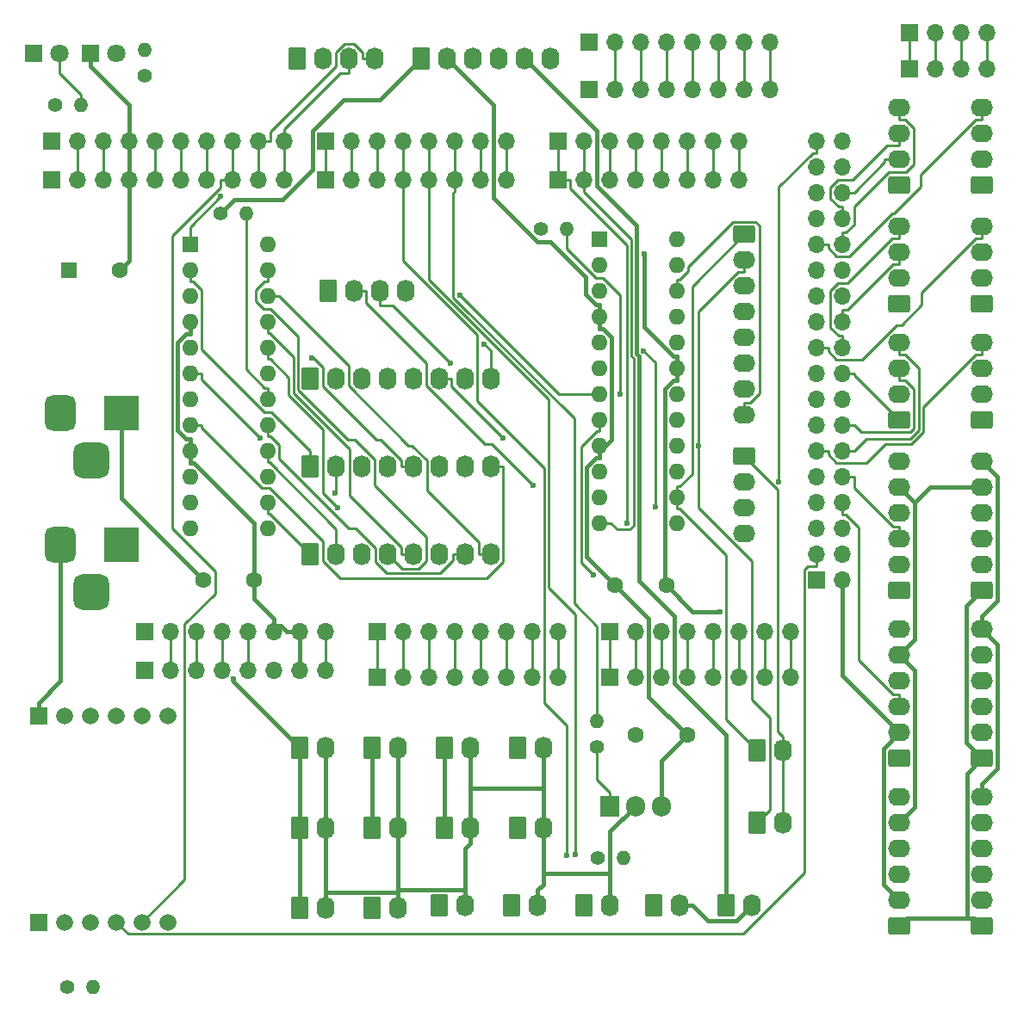
<source format=gbr>
%TF.GenerationSoftware,KiCad,Pcbnew,(6.0.7-1)-1*%
%TF.CreationDate,2023-10-29T12:02:15+10:00*%
%TF.ProjectId,Right Console Output,52696768-7420-4436-9f6e-736f6c65204f,rev?*%
%TF.SameCoordinates,Original*%
%TF.FileFunction,Copper,L2,Bot*%
%TF.FilePolarity,Positive*%
%FSLAX46Y46*%
G04 Gerber Fmt 4.6, Leading zero omitted, Abs format (unit mm)*
G04 Created by KiCad (PCBNEW (6.0.7-1)-1) date 2023-10-29 12:02:15*
%MOMM*%
%LPD*%
G01*
G04 APERTURE LIST*
G04 Aperture macros list*
%AMRoundRect*
0 Rectangle with rounded corners*
0 $1 Rounding radius*
0 $2 $3 $4 $5 $6 $7 $8 $9 X,Y pos of 4 corners*
0 Add a 4 corners polygon primitive as box body*
4,1,4,$2,$3,$4,$5,$6,$7,$8,$9,$2,$3,0*
0 Add four circle primitives for the rounded corners*
1,1,$1+$1,$2,$3*
1,1,$1+$1,$4,$5*
1,1,$1+$1,$6,$7*
1,1,$1+$1,$8,$9*
0 Add four rect primitives between the rounded corners*
20,1,$1+$1,$2,$3,$4,$5,0*
20,1,$1+$1,$4,$5,$6,$7,0*
20,1,$1+$1,$6,$7,$8,$9,0*
20,1,$1+$1,$8,$9,$2,$3,0*%
G04 Aperture macros list end*
%TA.AperFunction,ComponentPad*%
%ADD10R,1.700000X1.700000*%
%TD*%
%TA.AperFunction,ComponentPad*%
%ADD11O,1.700000X1.700000*%
%TD*%
%TA.AperFunction,ComponentPad*%
%ADD12C,1.600000*%
%TD*%
%TA.AperFunction,ComponentPad*%
%ADD13C,1.400000*%
%TD*%
%TA.AperFunction,ComponentPad*%
%ADD14O,1.400000X1.400000*%
%TD*%
%TA.AperFunction,ComponentPad*%
%ADD15RoundRect,0.250000X-0.845000X0.620000X-0.845000X-0.620000X0.845000X-0.620000X0.845000X0.620000X0*%
%TD*%
%TA.AperFunction,ComponentPad*%
%ADD16O,2.190000X1.740000*%
%TD*%
%TA.AperFunction,ComponentPad*%
%ADD17RoundRect,0.250000X0.845000X-0.620000X0.845000X0.620000X-0.845000X0.620000X-0.845000X-0.620000X0*%
%TD*%
%TA.AperFunction,ComponentPad*%
%ADD18RoundRect,0.250000X-0.620000X-0.845000X0.620000X-0.845000X0.620000X0.845000X-0.620000X0.845000X0*%
%TD*%
%TA.AperFunction,ComponentPad*%
%ADD19O,1.740000X2.190000*%
%TD*%
%TA.AperFunction,ComponentPad*%
%ADD20R,1.600000X1.600000*%
%TD*%
%TA.AperFunction,ComponentPad*%
%ADD21O,1.600000X1.600000*%
%TD*%
%TA.AperFunction,ComponentPad*%
%ADD22R,3.500000X3.500000*%
%TD*%
%TA.AperFunction,ComponentPad*%
%ADD23RoundRect,0.750000X-0.750000X-1.000000X0.750000X-1.000000X0.750000X1.000000X-0.750000X1.000000X0*%
%TD*%
%TA.AperFunction,ComponentPad*%
%ADD24RoundRect,0.875000X-0.875000X-0.875000X0.875000X-0.875000X0.875000X0.875000X-0.875000X0.875000X0*%
%TD*%
%TA.AperFunction,ComponentPad*%
%ADD25R,1.905000X2.000000*%
%TD*%
%TA.AperFunction,ComponentPad*%
%ADD26O,1.905000X2.000000*%
%TD*%
%TA.AperFunction,ComponentPad*%
%ADD27R,1.800000X1.800000*%
%TD*%
%TA.AperFunction,ComponentPad*%
%ADD28C,1.800000*%
%TD*%
%TA.AperFunction,ComponentPad*%
%ADD29R,1.665000X1.665000*%
%TD*%
%TA.AperFunction,ComponentPad*%
%ADD30C,1.665000*%
%TD*%
%TA.AperFunction,ViaPad*%
%ADD31C,0.600000*%
%TD*%
%TA.AperFunction,Conductor*%
%ADD32C,0.250000*%
%TD*%
%TA.AperFunction,Conductor*%
%ADD33C,0.400000*%
%TD*%
G04 APERTURE END LIST*
D10*
%TO.P,J45,1,Pin_1*%
%TO.N,GND*%
X193980000Y-92380000D03*
D11*
%TO.P,J45,2,Pin_2*%
X196520000Y-92380000D03*
%TO.P,J45,3,Pin_3*%
%TO.N,SCLK*%
X193980000Y-89840000D03*
%TO.P,J45,4,Pin_4*%
%TO.N,ES1_RST*%
X196520000Y-89840000D03*
%TO.P,J45,5,Pin_5*%
%TO.N,MISO*%
X193980000Y-87300000D03*
%TO.P,J45,6,Pin_6*%
%TO.N,MOSI*%
X196520000Y-87300000D03*
%TO.P,J45,7,Pin_7*%
%TO.N,/48*%
X193980000Y-84760000D03*
%TO.P,J45,8,Pin_8*%
%TO.N,/49*%
X196520000Y-84760000D03*
%TO.P,J45,9,Pin_9*%
%TO.N,/\u002A46*%
X193980000Y-82220000D03*
%TO.P,J45,10,Pin_10*%
%TO.N,/47*%
X196520000Y-82220000D03*
%TO.P,J45,11,Pin_11*%
%TO.N,/\u002A44*%
X193980000Y-79680000D03*
%TO.P,J45,12,Pin_12*%
%TO.N,/\u002A45*%
X196520000Y-79680000D03*
%TO.P,J45,13,Pin_13*%
%TO.N,/42*%
X193980000Y-77140000D03*
%TO.P,J45,14,Pin_14*%
%TO.N,/43*%
X196520000Y-77140000D03*
%TO.P,J45,15,Pin_15*%
%TO.N,/40*%
X193980000Y-74600000D03*
%TO.P,J45,16,Pin_16*%
%TO.N,/41*%
X196520000Y-74600000D03*
%TO.P,J45,17,Pin_17*%
%TO.N,/38*%
X193980000Y-72060000D03*
%TO.P,J45,18,Pin_18*%
%TO.N,/39*%
X196520000Y-72060000D03*
%TO.P,J45,19,Pin_19*%
%TO.N,/36*%
X193980000Y-69520000D03*
%TO.P,J45,20,Pin_20*%
%TO.N,/37*%
X196520000Y-69520000D03*
%TO.P,J45,21,Pin_21*%
%TO.N,/34*%
X193980000Y-66980000D03*
%TO.P,J45,22,Pin_22*%
%TO.N,/35*%
X196520000Y-66980000D03*
%TO.P,J45,23,Pin_23*%
%TO.N,/32*%
X193980000Y-64440000D03*
%TO.P,J45,24,Pin_24*%
%TO.N,/33*%
X196520000Y-64440000D03*
%TO.P,J45,25,Pin_25*%
%TO.N,/30*%
X193980000Y-61900000D03*
%TO.P,J45,26,Pin_26*%
%TO.N,/31*%
X196520000Y-61900000D03*
%TO.P,J45,27,Pin_27*%
%TO.N,/28*%
X193980000Y-59360000D03*
%TO.P,J45,28,Pin_28*%
%TO.N,/29*%
X196520000Y-59360000D03*
%TO.P,J45,29,Pin_29*%
%TO.N,/26*%
X193980000Y-56820000D03*
%TO.P,J45,30,Pin_30*%
%TO.N,/27*%
X196520000Y-56820000D03*
%TO.P,J45,31,Pin_31*%
%TO.N,/24*%
X193980000Y-54280000D03*
%TO.P,J45,32,Pin_32*%
%TO.N,/25*%
X196520000Y-54280000D03*
%TO.P,J45,33,Pin_33*%
%TO.N,/22*%
X193980000Y-51740000D03*
%TO.P,J45,34,Pin_34*%
%TO.N,/23*%
X196520000Y-51740000D03*
%TO.P,J45,35,Pin_35*%
%TO.N,+5V*%
X193980000Y-49200000D03*
%TO.P,J45,36,Pin_36*%
X196520000Y-49200000D03*
%TD*%
D10*
%TO.P,J42,1,Pin_1*%
%TO.N,unconnected-(J42-Pad1)*%
X127940000Y-97460000D03*
D11*
%TO.P,J42,2,Pin_2*%
%TO.N,/IOREF*%
X130480000Y-97460000D03*
%TO.P,J42,3,Pin_3*%
%TO.N,/~{RESET}*%
X133020000Y-97460000D03*
%TO.P,J42,4,Pin_4*%
%TO.N,+3V3*%
X135560000Y-97460000D03*
%TO.P,J42,5,Pin_5*%
%TO.N,+5V*%
X138100000Y-97460000D03*
%TO.P,J42,6,Pin_6*%
%TO.N,GND*%
X140640000Y-97460000D03*
%TO.P,J42,7,Pin_7*%
X143180000Y-97460000D03*
%TO.P,J42,8,Pin_8*%
%TO.N,VCC*%
X145720000Y-97460000D03*
%TD*%
D10*
%TO.P,J43,1,Pin_1*%
%TO.N,/A0*%
X150800000Y-97460000D03*
D11*
%TO.P,J43,2,Pin_2*%
%TO.N,/A1*%
X153340000Y-97460000D03*
%TO.P,J43,3,Pin_3*%
%TO.N,/A2*%
X155880000Y-97460000D03*
%TO.P,J43,4,Pin_4*%
%TO.N,/A3*%
X158420000Y-97460000D03*
%TO.P,J43,5,Pin_5*%
%TO.N,/A4*%
X160960000Y-97460000D03*
%TO.P,J43,6,Pin_6*%
%TO.N,/A5*%
X163500000Y-97460000D03*
%TO.P,J43,7,Pin_7*%
%TO.N,/A6*%
X166040000Y-97460000D03*
%TO.P,J43,8,Pin_8*%
%TO.N,/A7*%
X168580000Y-97460000D03*
%TD*%
D10*
%TO.P,J44,1,Pin_1*%
%TO.N,/A8*%
X173660000Y-97460000D03*
D11*
%TO.P,J44,2,Pin_2*%
%TO.N,/A9*%
X176200000Y-97460000D03*
%TO.P,J44,3,Pin_3*%
%TO.N,/A10*%
X178740000Y-97460000D03*
%TO.P,J44,4,Pin_4*%
%TO.N,/A11*%
X181280000Y-97460000D03*
%TO.P,J44,5,Pin_5*%
%TO.N,/A12*%
X183820000Y-97460000D03*
%TO.P,J44,6,Pin_6*%
%TO.N,/A13*%
X186360000Y-97460000D03*
%TO.P,J44,7,Pin_7*%
%TO.N,/A14*%
X188900000Y-97460000D03*
%TO.P,J44,8,Pin_8*%
%TO.N,/A15*%
X191440000Y-97460000D03*
%TD*%
D10*
%TO.P,J46,1,Pin_1*%
%TO.N,/SCL{slash}21*%
X118796000Y-49200000D03*
D11*
%TO.P,J46,2,Pin_2*%
%TO.N,/SDA{slash}20*%
X121336000Y-49200000D03*
%TO.P,J46,3,Pin_3*%
%TO.N,/AREF*%
X123876000Y-49200000D03*
%TO.P,J46,4,Pin_4*%
%TO.N,GND*%
X126416000Y-49200000D03*
%TO.P,J46,5,Pin_5*%
%TO.N,/\u002A13*%
X128956000Y-49200000D03*
%TO.P,J46,6,Pin_6*%
%TO.N,/\u002A12*%
X131496000Y-49200000D03*
%TO.P,J46,7,Pin_7*%
%TO.N,/\u002A11*%
X134036000Y-49200000D03*
%TO.P,J46,8,Pin_8*%
%TO.N,SS*%
X136576000Y-49200000D03*
%TO.P,J46,9,Pin_9*%
%TO.N,/\u002A9*%
X139116000Y-49200000D03*
%TO.P,J46,10,Pin_10*%
%TO.N,/\u002A8*%
X141656000Y-49200000D03*
%TD*%
D10*
%TO.P,J47,1,Pin_1*%
%TO.N,/\u002A7*%
X145720000Y-49200000D03*
D11*
%TO.P,J47,2,Pin_2*%
%TO.N,/\u002A6*%
X148260000Y-49200000D03*
%TO.P,J47,3,Pin_3*%
%TO.N,/\u002A5*%
X150800000Y-49200000D03*
%TO.P,J47,4,Pin_4*%
%TO.N,/\u002A4*%
X153340000Y-49200000D03*
%TO.P,J47,5,Pin_5*%
%TO.N,/\u002A3*%
X155880000Y-49200000D03*
%TO.P,J47,6,Pin_6*%
%TO.N,/\u002A2*%
X158420000Y-49200000D03*
%TO.P,J47,7,Pin_7*%
%TO.N,/TX0{slash}1*%
X160960000Y-49200000D03*
%TO.P,J47,8,Pin_8*%
%TO.N,/RX0{slash}0*%
X163500000Y-49200000D03*
%TD*%
D10*
%TO.P,J48,1,Pin_1*%
%TO.N,CLK*%
X168580000Y-49200000D03*
D11*
%TO.P,J48,2,Pin_2*%
%TO.N,LOAD*%
X171120000Y-49200000D03*
%TO.P,J48,3,Pin_3*%
%TO.N,DIN*%
X173660000Y-49200000D03*
%TO.P,J48,4,Pin_4*%
%TO.N,/RX2{slash}17*%
X176200000Y-49200000D03*
%TO.P,J48,5,Pin_5*%
%TO.N,/TX1{slash}18*%
X178740000Y-49200000D03*
%TO.P,J48,6,Pin_6*%
%TO.N,/RX1{slash}19*%
X181280000Y-49200000D03*
%TO.P,J48,7,Pin_7*%
%TO.N,/SDA{slash}20*%
X183820000Y-49200000D03*
%TO.P,J48,8,Pin_8*%
%TO.N,/SCL{slash}21*%
X186360000Y-49200000D03*
%TD*%
D12*
%TO.P,C3,1*%
%TO.N,+5VD*%
X179208000Y-92888000D03*
%TO.P,C3,2*%
%TO.N,GND*%
X174208000Y-92888000D03*
%TD*%
D13*
%TO.P,R4,1*%
%TO.N,/\u002A6*%
X119100000Y-45644000D03*
D14*
%TO.P,R4,2*%
%TO.N,Net-(D2-Pad2)*%
X121640000Y-45644000D03*
%TD*%
D10*
%TO.P,J15,1,Pin_1*%
%TO.N,Net-(J10-Pad1)*%
X203124000Y-38532000D03*
D11*
%TO.P,J15,2,Pin_2*%
%TO.N,Net-(J10-Pad2)*%
X205664000Y-38532000D03*
%TO.P,J15,3,Pin_3*%
%TO.N,Net-(J10-Pad3)*%
X208204000Y-38532000D03*
%TO.P,J15,4,Pin_4*%
%TO.N,Net-(J10-Pad4)*%
X210744000Y-38532000D03*
%TD*%
D15*
%TO.P,J55,1,Pin_1*%
%TO.N,/MAX7219A/SEG_A1*%
X186868000Y-58344000D03*
D16*
%TO.P,J55,2,Pin_2*%
%TO.N,/MAX7219A/SEG_B1*%
X186868000Y-60884000D03*
%TO.P,J55,3,Pin_3*%
%TO.N,/MAX7219A/SEG_C1*%
X186868000Y-63424000D03*
%TO.P,J55,4,Pin_4*%
%TO.N,/MAX7219A/SEG_D1*%
X186868000Y-65964000D03*
%TO.P,J55,5,Pin_5*%
%TO.N,/MAX7219A/SEG_E1*%
X186868000Y-68504000D03*
%TO.P,J55,6,Pin_6*%
%TO.N,/MAX7219A/SEG_F1*%
X186868000Y-71044000D03*
%TO.P,J55,7,Pin_7*%
%TO.N,/MAX7219A/SEG_G1*%
X186868000Y-73584000D03*
%TO.P,J55,8,Pin_8*%
%TO.N,/MAX7219A/SEG_DP1*%
X186868000Y-76124000D03*
%TD*%
D17*
%TO.P,J35,1,Pin_1*%
%TO.N,/38*%
X210236000Y-76632000D03*
D16*
%TO.P,J35,2,Pin_2*%
%TO.N,/40*%
X210236000Y-74092000D03*
%TO.P,J35,3,Pin_3*%
%TO.N,/42*%
X210236000Y-71552000D03*
%TO.P,J35,4,Pin_4*%
%TO.N,/\u002A44*%
X210236000Y-69012000D03*
%TD*%
D10*
%TO.P,J11,1,Pin_1*%
%TO.N,Net-(J11-Pad1)*%
X171628000Y-39470000D03*
D11*
%TO.P,J11,2,Pin_2*%
%TO.N,Net-(J11-Pad2)*%
X174168000Y-39470000D03*
%TO.P,J11,3,Pin_3*%
%TO.N,Net-(J11-Pad3)*%
X176708000Y-39470000D03*
%TO.P,J11,4,Pin_4*%
%TO.N,Net-(J11-Pad4)*%
X179248000Y-39470000D03*
%TO.P,J11,5,Pin_5*%
%TO.N,Net-(J11-Pad5)*%
X181788000Y-39470000D03*
%TO.P,J11,6,Pin_6*%
%TO.N,Net-(J11-Pad6)*%
X184328000Y-39470000D03*
%TO.P,J11,7,Pin_7*%
%TO.N,Net-(J11-Pad7)*%
X186868000Y-39470000D03*
%TO.P,J11,8,Pin_8*%
%TO.N,Net-(J11-Pad8)*%
X189408000Y-39470000D03*
%TD*%
D13*
%TO.P,R5,1*%
%TO.N,+3V3*%
X120325000Y-132385000D03*
D14*
%TO.P,R5,2*%
%TO.N,Net-(R5-Pad2)*%
X122865000Y-132385000D03*
%TD*%
D18*
%TO.P,J12,1,Pin_1*%
%TO.N,+12V*%
X157440000Y-116760000D03*
D19*
%TO.P,J12,2,Pin_2*%
%TO.N,/BACKLIGHT_-V*%
X159980000Y-116760000D03*
%TD*%
D17*
%TO.P,J39,1,Pin_1*%
%TO.N,/31*%
X202128000Y-65175000D03*
D16*
%TO.P,J39,2,Pin_2*%
%TO.N,/33*%
X202128000Y-62635000D03*
%TO.P,J39,3,Pin_3*%
%TO.N,/35*%
X202128000Y-60095000D03*
%TO.P,J39,4,Pin_4*%
%TO.N,/37*%
X202128000Y-57555000D03*
%TD*%
D10*
%TO.P,J33,1,Pin_1*%
%TO.N,/A8*%
X173660000Y-101905000D03*
D11*
%TO.P,J33,2,Pin_2*%
%TO.N,/A9*%
X176200000Y-101905000D03*
%TO.P,J33,3,Pin_3*%
%TO.N,/A10*%
X178740000Y-101905000D03*
%TO.P,J33,4,Pin_4*%
%TO.N,/A11*%
X181280000Y-101905000D03*
%TO.P,J33,5,Pin_5*%
%TO.N,/A12*%
X183820000Y-101905000D03*
%TO.P,J33,6,Pin_6*%
%TO.N,/A13*%
X186360000Y-101905000D03*
%TO.P,J33,7,Pin_7*%
%TO.N,/A14*%
X188900000Y-101905000D03*
%TO.P,J33,8,Pin_8*%
%TO.N,/A15*%
X191440000Y-101905000D03*
%TD*%
D18*
%TO.P,J53,1,Pin_1*%
%TO.N,/MAX7219A/SEG_A1*%
X188138000Y-109164000D03*
D19*
%TO.P,J53,2,Pin_2*%
%TO.N,/MAX7219A/DIG_B4*%
X190678000Y-109164000D03*
%TD*%
D18*
%TO.P,J51,1,Pin_1*%
%TO.N,/MAX7219A/DIG_B0*%
X145974000Y-63952000D03*
D19*
%TO.P,J51,2,Pin_2*%
%TO.N,/MAX7219A/DIG_B1*%
X148514000Y-63952000D03*
%TO.P,J51,3,Pin_3*%
%TO.N,/MAX7219A/DIG_B2*%
X151054000Y-63952000D03*
%TO.P,J51,4,Pin_4*%
%TO.N,/MAX7219A/DIG_B3*%
X153594000Y-63952000D03*
%TD*%
D18*
%TO.P,J18,1,Pin_1*%
%TO.N,+12V*%
X143180000Y-124610000D03*
D19*
%TO.P,J18,2,Pin_2*%
%TO.N,/BACKLIGHT_-V*%
X145720000Y-124610000D03*
%TD*%
D17*
%TO.P,J28,1,Pin_1*%
%TO.N,+5VD*%
X202128000Y-109906000D03*
D16*
%TO.P,J28,2,Pin_2*%
%TO.N,GND*%
X202128000Y-107366000D03*
%TO.P,J28,3,Pin_3*%
%TO.N,/49*%
X202128000Y-104826000D03*
%TO.P,J28,4,Pin_4*%
%TO.N,unconnected-(J28-Pad4)*%
X202128000Y-102286000D03*
%TO.P,J28,5,Pin_5*%
%TO.N,+12V*%
X202128000Y-99746000D03*
%TO.P,J28,6,Pin_6*%
%TO.N,/BACKLIGHT_-V*%
X202128000Y-97206000D03*
%TD*%
D10*
%TO.P,J41,1,Pin_1*%
%TO.N,unconnected-(J41-Pad1)*%
X127940000Y-101270000D03*
D11*
%TO.P,J41,2,Pin_2*%
%TO.N,/IOREF*%
X130480000Y-101270000D03*
%TO.P,J41,3,Pin_3*%
%TO.N,/~{RESET}*%
X133020000Y-101270000D03*
%TO.P,J41,4,Pin_4*%
%TO.N,+3V3*%
X135560000Y-101270000D03*
%TO.P,J41,5,Pin_5*%
%TO.N,+5V*%
X138100000Y-101270000D03*
%TO.P,J41,6,Pin_6*%
%TO.N,GND*%
X140640000Y-101270000D03*
%TO.P,J41,7,Pin_7*%
X143180000Y-101270000D03*
%TO.P,J41,8,Pin_8*%
%TO.N,VCC*%
X145720000Y-101270000D03*
%TD*%
D18*
%TO.P,J49,1,Pin_1*%
%TO.N,/MAX7219A/DIG_A0*%
X144196000Y-81204000D03*
D19*
%TO.P,J49,2,Pin_2*%
%TO.N,/MAX7219A/DIG_A1*%
X146736000Y-81204000D03*
%TO.P,J49,3,Pin_3*%
%TO.N,/MAX7219A/DIG_A2*%
X149276000Y-81204000D03*
%TO.P,J49,4,Pin_4*%
%TO.N,/MAX7219A/DIG_A3*%
X151816000Y-81204000D03*
%TO.P,J49,5,Pin_5*%
%TO.N,/MAX7219A/DIG_A4*%
X154356000Y-81204000D03*
%TO.P,J49,6,Pin_6*%
%TO.N,/MAX7219A/DIG_A5*%
X156896000Y-81204000D03*
%TO.P,J49,7,Pin_7*%
%TO.N,/MAX7219A/DIG_A6*%
X159436000Y-81204000D03*
%TO.P,J49,8,Pin_8*%
%TO.N,/MAX7219A/DIG_A7*%
X161976000Y-81204000D03*
%TD*%
D18*
%TO.P,J14,1,Pin_1*%
%TO.N,+12V*%
X177978000Y-124404000D03*
D19*
%TO.P,J14,2,Pin_2*%
%TO.N,/BACKLIGHT_-V*%
X180518000Y-124404000D03*
%TD*%
D13*
%TO.P,R6,1*%
%TO.N,+5VD*%
X135356000Y-56312000D03*
D14*
%TO.P,R6,2*%
%TO.N,Net-(R6-Pad2)*%
X137896000Y-56312000D03*
%TD*%
D12*
%TO.P,C1,1*%
%TO.N,+5VD*%
X133695000Y-92380000D03*
%TO.P,C1,2*%
%TO.N,GND*%
X138695000Y-92380000D03*
%TD*%
D18*
%TO.P,J9,1,Pin_1*%
%TO.N,+12V*%
X185108000Y-124404000D03*
D19*
%TO.P,J9,2,Pin_2*%
%TO.N,/BACKLIGHT_-V*%
X187648000Y-124404000D03*
%TD*%
D17*
%TO.P,J40,1,Pin_1*%
%TO.N,/22*%
X210236000Y-53518000D03*
D16*
%TO.P,J40,2,Pin_2*%
%TO.N,/24*%
X210236000Y-50978000D03*
%TO.P,J40,3,Pin_3*%
%TO.N,/26*%
X210236000Y-48438000D03*
%TO.P,J40,4,Pin_4*%
%TO.N,/28*%
X210236000Y-45898000D03*
%TD*%
D20*
%TO.P,U2,1,DIN*%
%TO.N,DIN*%
X132385000Y-59360000D03*
D21*
%TO.P,U2,2,DIG_0*%
%TO.N,/MAX7219A/DIG_A0*%
X132385000Y-61900000D03*
%TO.P,U2,3,DIG_4*%
%TO.N,/MAX7219A/DIG_A4*%
X132385000Y-64440000D03*
%TO.P,U2,4,GND*%
%TO.N,GND*%
X132385000Y-66980000D03*
%TO.P,U2,5,DIG_6*%
%TO.N,/MAX7219A/DIG_A6*%
X132385000Y-69520000D03*
%TO.P,U2,6,DIG_2*%
%TO.N,/MAX7219A/DIG_A2*%
X132385000Y-72060000D03*
%TO.P,U2,7,DIG_3*%
%TO.N,/MAX7219A/DIG_A3*%
X132385000Y-74600000D03*
%TO.P,U2,8,DIG_7*%
%TO.N,/MAX7219A/DIG_A7*%
X132385000Y-77140000D03*
%TO.P,U2,9,GND*%
%TO.N,GND*%
X132385000Y-79680000D03*
%TO.P,U2,10,DIG_5*%
%TO.N,/MAX7219A/DIG_A5*%
X132385000Y-82220000D03*
%TO.P,U2,11,DIG_1*%
%TO.N,/MAX7219A/DIG_A1*%
X132385000Y-84760000D03*
%TO.P,U2,12,LOAD*%
%TO.N,LOAD*%
X132385000Y-87300000D03*
%TO.P,U2,13,CLK*%
%TO.N,CLK*%
X140005000Y-87300000D03*
%TO.P,U2,14,SEG_A*%
%TO.N,/MAX7219A/SEG_A0*%
X140005000Y-84760000D03*
%TO.P,U2,15,SEG_F*%
%TO.N,/MAX7219A/SEG_F0*%
X140005000Y-82220000D03*
%TO.P,U2,16,SEG_B*%
%TO.N,/MAX7219A/SEG_B0*%
X140005000Y-79680000D03*
%TO.P,U2,17,SEG_G*%
%TO.N,/MAX7219A/SEG_G0*%
X140005000Y-77140000D03*
%TO.P,U2,18,ISET*%
%TO.N,Net-(R6-Pad2)*%
X140005000Y-74600000D03*
%TO.P,U2,19,V+*%
%TO.N,+5VD*%
X140005000Y-72060000D03*
%TO.P,U2,20,SEG_C*%
%TO.N,/MAX7219A/SEG_C0*%
X140005000Y-69520000D03*
%TO.P,U2,21,SEG_E*%
%TO.N,/MAX7219A/SEG_E0*%
X140005000Y-66980000D03*
%TO.P,U2,22,SEG_DP*%
%TO.N,/MAX7219A/SEG_DP0*%
X140005000Y-64440000D03*
%TO.P,U2,23,SEG_D*%
%TO.N,/MAX7219A/SEG_D0*%
X140005000Y-61900000D03*
%TO.P,U2,24,DOUT*%
%TO.N,/MAX7219A/A-DOUT-B-DIN*%
X140005000Y-59360000D03*
%TD*%
D17*
%TO.P,J27,1,Pin_1*%
%TO.N,+5VD*%
X210256000Y-126407000D03*
D16*
%TO.P,J27,2,Pin_2*%
%TO.N,GND*%
X210256000Y-123867000D03*
%TO.P,J27,3,Pin_3*%
%TO.N,/\u002A3*%
X210256000Y-121327000D03*
%TO.P,J27,4,Pin_4*%
%TO.N,unconnected-(J27-Pad4)*%
X210256000Y-118787000D03*
%TO.P,J27,5,Pin_5*%
%TO.N,+12V*%
X210256000Y-116247000D03*
%TO.P,J27,6,Pin_6*%
%TO.N,/BACKLIGHT_-V*%
X210256000Y-113707000D03*
%TD*%
D18*
%TO.P,J52,1,Pin_1*%
%TO.N,/MAX7219A/SEG_A1*%
X144196000Y-72568000D03*
D19*
%TO.P,J52,2,Pin_2*%
%TO.N,/MAX7219A/SEG_B1*%
X146736000Y-72568000D03*
%TO.P,J52,3,Pin_3*%
%TO.N,/MAX7219A/SEG_C1*%
X149276000Y-72568000D03*
%TO.P,J52,4,Pin_4*%
%TO.N,/MAX7219A/SEG_D1*%
X151816000Y-72568000D03*
%TO.P,J52,5,Pin_5*%
%TO.N,/MAX7219A/SEG_E1*%
X154356000Y-72568000D03*
%TO.P,J52,6,Pin_6*%
%TO.N,/MAX7219A/SEG_F1*%
X156896000Y-72568000D03*
%TO.P,J52,7,Pin_7*%
%TO.N,/MAX7219A/SEG_G1*%
X159436000Y-72568000D03*
%TO.P,J52,8,Pin_8*%
%TO.N,/MAX7219A/SEG_DP1*%
X161976000Y-72568000D03*
%TD*%
D18*
%TO.P,J19,1,Pin_1*%
%TO.N,+12V*%
X171138000Y-124384000D03*
D19*
%TO.P,J19,2,Pin_2*%
%TO.N,/BACKLIGHT_-V*%
X173678000Y-124384000D03*
%TD*%
D13*
%TO.P,R1,1*%
%TO.N,Net-(Q1-Pad1)*%
X172430000Y-108840000D03*
D14*
%TO.P,R1,2*%
%TO.N,/\u002A2*%
X172430000Y-106300000D03*
%TD*%
D18*
%TO.P,J34,1,Pin_1*%
%TO.N,/\u002A6*%
X142926000Y-41092000D03*
D19*
%TO.P,J34,2,Pin_2*%
%TO.N,/\u002A7*%
X145466000Y-41092000D03*
%TO.P,J34,3,Pin_3*%
%TO.N,/\u002A8*%
X148006000Y-41092000D03*
%TO.P,J34,4,Pin_4*%
%TO.N,/\u002A9*%
X150546000Y-41092000D03*
%TD*%
D18*
%TO.P,J17,1,Pin_1*%
%TO.N,+12V*%
X150310000Y-116760000D03*
D19*
%TO.P,J17,2,Pin_2*%
%TO.N,/BACKLIGHT_-V*%
X152850000Y-116760000D03*
%TD*%
D18*
%TO.P,J8,1,Pin_1*%
%TO.N,+12V*%
X150310000Y-108910000D03*
D19*
%TO.P,J8,2,Pin_2*%
%TO.N,/BACKLIGHT_-V*%
X152850000Y-108910000D03*
%TD*%
D18*
%TO.P,J5,1,Pin_1*%
%TO.N,+12V*%
X143180000Y-116760000D03*
D19*
%TO.P,J5,2,Pin_2*%
%TO.N,/BACKLIGHT_-V*%
X145720000Y-116760000D03*
%TD*%
D18*
%TO.P,J6,1,Pin_1*%
%TO.N,+12V*%
X156878000Y-124384000D03*
D19*
%TO.P,J6,2,Pin_2*%
%TO.N,/BACKLIGHT_-V*%
X159418000Y-124384000D03*
%TD*%
D18*
%TO.P,J3,1,Pin_1*%
%TO.N,+12V*%
X164008000Y-124384000D03*
D19*
%TO.P,J3,2,Pin_2*%
%TO.N,/BACKLIGHT_-V*%
X166548000Y-124384000D03*
%TD*%
D10*
%TO.P,J26,1,Pin_1*%
%TO.N,CLK*%
X168580000Y-53010000D03*
D11*
%TO.P,J26,2,Pin_2*%
%TO.N,LOAD*%
X171120000Y-53010000D03*
%TO.P,J26,3,Pin_3*%
%TO.N,DIN*%
X173660000Y-53010000D03*
%TO.P,J26,4,Pin_4*%
%TO.N,/RX2{slash}17*%
X176200000Y-53010000D03*
%TO.P,J26,5,Pin_5*%
%TO.N,/TX1{slash}18*%
X178740000Y-53010000D03*
%TO.P,J26,6,Pin_6*%
%TO.N,/RX1{slash}19*%
X181280000Y-53010000D03*
%TO.P,J26,7,Pin_7*%
%TO.N,/SDA{slash}20*%
X183820000Y-53010000D03*
%TO.P,J26,8,Pin_8*%
%TO.N,/SCL{slash}21*%
X186360000Y-53010000D03*
%TD*%
D18*
%TO.P,J2,1,Pin_1*%
%TO.N,+12V*%
X150310000Y-124610000D03*
D19*
%TO.P,J2,2,Pin_2*%
%TO.N,/BACKLIGHT_-V*%
X152850000Y-124610000D03*
%TD*%
D17*
%TO.P,J29,1,Pin_1*%
%TO.N,+5VD*%
X210256000Y-109906000D03*
D16*
%TO.P,J29,2,Pin_2*%
%TO.N,GND*%
X210256000Y-107366000D03*
%TO.P,J29,3,Pin_3*%
%TO.N,/48*%
X210256000Y-104826000D03*
%TO.P,J29,4,Pin_4*%
%TO.N,unconnected-(J29-Pad4)*%
X210256000Y-102286000D03*
%TO.P,J29,5,Pin_5*%
%TO.N,+12V*%
X210256000Y-99746000D03*
%TO.P,J29,6,Pin_6*%
%TO.N,/BACKLIGHT_-V*%
X210256000Y-97206000D03*
%TD*%
D15*
%TO.P,J56,1,Pin_1*%
%TO.N,/MAX7219A/DIG_B4*%
X186868000Y-80188000D03*
D16*
%TO.P,J56,2,Pin_2*%
%TO.N,/MAX7219A/DIG_B5*%
X186868000Y-82728000D03*
%TO.P,J56,3,Pin_3*%
%TO.N,/MAX7219A/DIG_B6*%
X186868000Y-85268000D03*
%TO.P,J56,4,Pin_4*%
%TO.N,/MAX7219A/DIG_B7*%
X186868000Y-87808000D03*
%TD*%
D17*
%TO.P,J37,1,Pin_1*%
%TO.N,/23*%
X202128000Y-53518000D03*
D16*
%TO.P,J37,2,Pin_2*%
%TO.N,/25*%
X202128000Y-50978000D03*
%TO.P,J37,3,Pin_3*%
%TO.N,/27*%
X202128000Y-48438000D03*
%TO.P,J37,4,Pin_4*%
%TO.N,/29*%
X202128000Y-45898000D03*
%TD*%
D18*
%TO.P,J7,1,Pin_1*%
%TO.N,+12V*%
X164570000Y-116760000D03*
D19*
%TO.P,J7,2,Pin_2*%
%TO.N,/BACKLIGHT_-V*%
X167110000Y-116760000D03*
%TD*%
D13*
%TO.P,R7,1*%
%TO.N,+5VD*%
X166852000Y-57836000D03*
D14*
%TO.P,R7,2*%
%TO.N,Net-(R7-Pad2)*%
X169392000Y-57836000D03*
%TD*%
D17*
%TO.P,J21,1,Pin_1*%
%TO.N,+5VD*%
X202108000Y-126416000D03*
D16*
%TO.P,J21,2,Pin_2*%
%TO.N,GND*%
X202108000Y-123876000D03*
%TO.P,J21,3,Pin_3*%
%TO.N,/\u002A4*%
X202108000Y-121336000D03*
%TO.P,J21,4,Pin_4*%
%TO.N,unconnected-(J21-Pad4)*%
X202108000Y-118796000D03*
%TO.P,J21,5,Pin_5*%
%TO.N,+12V*%
X202108000Y-116256000D03*
%TO.P,J21,6,Pin_6*%
%TO.N,/BACKLIGHT_-V*%
X202108000Y-113716000D03*
%TD*%
D22*
%TO.P,J22,1,Pin_1*%
%TO.N,+12V*%
X125660000Y-88882500D03*
D23*
%TO.P,J22,2,Pin_2*%
%TO.N,GND*%
X119660000Y-88882500D03*
D24*
%TO.P,J22,3*%
%TO.N,N/C*%
X122660000Y-93582500D03*
%TD*%
D17*
%TO.P,J31,1,Pin_1*%
%TO.N,+5VD*%
X210236000Y-93396000D03*
D16*
%TO.P,J31,2,Pin_2*%
%TO.N,GND*%
X210236000Y-90856000D03*
%TO.P,J31,3,Pin_3*%
%TO.N,/\u002A46*%
X210236000Y-88316000D03*
%TO.P,J31,4,Pin_4*%
%TO.N,unconnected-(J31-Pad4)*%
X210236000Y-85776000D03*
%TO.P,J31,5,Pin_5*%
%TO.N,+12V*%
X210236000Y-83236000D03*
%TO.P,J31,6,Pin_6*%
%TO.N,/BACKLIGHT_-V*%
X210236000Y-80696000D03*
%TD*%
D10*
%TO.P,J25,1,Pin_1*%
%TO.N,/\u002A7*%
X145720000Y-53010000D03*
D11*
%TO.P,J25,2,Pin_2*%
%TO.N,/\u002A6*%
X148260000Y-53010000D03*
%TO.P,J25,3,Pin_3*%
%TO.N,/\u002A5*%
X150800000Y-53010000D03*
%TO.P,J25,4,Pin_4*%
%TO.N,/\u002A4*%
X153340000Y-53010000D03*
%TO.P,J25,5,Pin_5*%
%TO.N,/\u002A3*%
X155880000Y-53010000D03*
%TO.P,J25,6,Pin_6*%
%TO.N,/\u002A2*%
X158420000Y-53010000D03*
%TO.P,J25,7,Pin_7*%
%TO.N,/TX0{slash}1*%
X160960000Y-53010000D03*
%TO.P,J25,8,Pin_8*%
%TO.N,/RX0{slash}0*%
X163500000Y-53010000D03*
%TD*%
D10*
%TO.P,J32,1,Pin_1*%
%TO.N,/A0*%
X150800000Y-101905000D03*
D11*
%TO.P,J32,2,Pin_2*%
%TO.N,/A1*%
X153340000Y-101905000D03*
%TO.P,J32,3,Pin_3*%
%TO.N,/A2*%
X155880000Y-101905000D03*
%TO.P,J32,4,Pin_4*%
%TO.N,/A3*%
X158420000Y-101905000D03*
%TO.P,J32,5,Pin_5*%
%TO.N,/A4*%
X160960000Y-101905000D03*
%TO.P,J32,6,Pin_6*%
%TO.N,/A5*%
X163500000Y-101905000D03*
%TO.P,J32,7,Pin_7*%
%TO.N,/A6*%
X166040000Y-101905000D03*
%TO.P,J32,8,Pin_8*%
%TO.N,/A7*%
X168580000Y-101905000D03*
%TD*%
D10*
%TO.P,J16,1,Pin_1*%
%TO.N,Net-(J11-Pad1)*%
X171628000Y-44120000D03*
D11*
%TO.P,J16,2,Pin_2*%
%TO.N,Net-(J11-Pad2)*%
X174168000Y-44120000D03*
%TO.P,J16,3,Pin_3*%
%TO.N,Net-(J11-Pad3)*%
X176708000Y-44120000D03*
%TO.P,J16,4,Pin_4*%
%TO.N,Net-(J11-Pad4)*%
X179248000Y-44120000D03*
%TO.P,J16,5,Pin_5*%
%TO.N,Net-(J11-Pad5)*%
X181788000Y-44120000D03*
%TO.P,J16,6,Pin_6*%
%TO.N,Net-(J11-Pad6)*%
X184328000Y-44120000D03*
%TO.P,J16,7,Pin_7*%
%TO.N,Net-(J11-Pad7)*%
X186868000Y-44120000D03*
%TO.P,J16,8,Pin_8*%
%TO.N,Net-(J11-Pad8)*%
X189408000Y-44120000D03*
%TD*%
D10*
%TO.P,J10,1,Pin_1*%
%TO.N,Net-(J10-Pad1)*%
X203124000Y-42088000D03*
D11*
%TO.P,J10,2,Pin_2*%
%TO.N,Net-(J10-Pad2)*%
X205664000Y-42088000D03*
%TO.P,J10,3,Pin_3*%
%TO.N,Net-(J10-Pad3)*%
X208204000Y-42088000D03*
%TO.P,J10,4,Pin_4*%
%TO.N,Net-(J10-Pad4)*%
X210744000Y-42088000D03*
%TD*%
D20*
%TO.P,C4,1*%
%TO.N,+5VD*%
X120457300Y-61900000D03*
D12*
%TO.P,C4,2*%
%TO.N,GND*%
X125457300Y-61900000D03*
%TD*%
D18*
%TO.P,J54,1,Pin_1*%
%TO.N,/MAX7219A/SEG_B1*%
X188138000Y-116276000D03*
D19*
%TO.P,J54,2,Pin_2*%
%TO.N,/MAX7219A/DIG_B4*%
X190678000Y-116276000D03*
%TD*%
D18*
%TO.P,J13,1,Pin_1*%
%TO.N,+12V*%
X157440000Y-108910000D03*
D19*
%TO.P,J13,2,Pin_2*%
%TO.N,/BACKLIGHT_-V*%
X159980000Y-108910000D03*
%TD*%
D17*
%TO.P,J36,1,Pin_1*%
%TO.N,/39*%
X202128000Y-76632000D03*
D16*
%TO.P,J36,2,Pin_2*%
%TO.N,/41*%
X202128000Y-74092000D03*
%TO.P,J36,3,Pin_3*%
%TO.N,/43*%
X202128000Y-71552000D03*
%TO.P,J36,4,Pin_4*%
%TO.N,/\u002A45*%
X202128000Y-69012000D03*
%TD*%
D18*
%TO.P,J4,1,Pin_1*%
%TO.N,+12V*%
X164570000Y-108910000D03*
D19*
%TO.P,J4,2,Pin_2*%
%TO.N,/BACKLIGHT_-V*%
X167110000Y-108910000D03*
%TD*%
D25*
%TO.P,Q1,1,G*%
%TO.N,Net-(Q1-Pad1)*%
X173660000Y-114605000D03*
D26*
%TO.P,Q1,2,D*%
%TO.N,/BACKLIGHT_-V*%
X176200000Y-114605000D03*
%TO.P,Q1,3,S*%
%TO.N,GND*%
X178740000Y-114605000D03*
%TD*%
D27*
%TO.P,D1,1,K*%
%TO.N,GND*%
X122601000Y-40564000D03*
D28*
%TO.P,D1,2,A*%
%TO.N,Net-(D1-Pad2)*%
X125141000Y-40564000D03*
%TD*%
D22*
%TO.P,J20,1,Pin_1*%
%TO.N,+5VD*%
X125660000Y-75945000D03*
D23*
%TO.P,J20,2,Pin_2*%
%TO.N,GND*%
X119660000Y-75945000D03*
D24*
%TO.P,J20,3*%
%TO.N,N/C*%
X122660000Y-80645000D03*
%TD*%
D20*
%TO.P,U3,1,DIN*%
%TO.N,/MAX7219A/A-DOUT-B-DIN*%
X172644000Y-58852000D03*
D21*
%TO.P,U3,2,DIG_0*%
%TO.N,/MAX7219A/DIG_B0*%
X172644000Y-61392000D03*
%TO.P,U3,3,DIG_4*%
%TO.N,/MAX7219A/DIG_B4*%
X172644000Y-63932000D03*
%TO.P,U3,4,GND*%
%TO.N,GND*%
X172644000Y-66472000D03*
%TO.P,U3,5,DIG_6*%
%TO.N,/MAX7219A/DIG_B6*%
X172644000Y-69012000D03*
%TO.P,U3,6,DIG_2*%
%TO.N,/MAX7219A/DIG_B2*%
X172644000Y-71552000D03*
%TO.P,U3,7,DIG_3*%
%TO.N,/MAX7219A/DIG_B3*%
X172644000Y-74092000D03*
%TO.P,U3,8,DIG_7*%
%TO.N,/MAX7219A/DIG_B7*%
X172644000Y-76632000D03*
%TO.P,U3,9,GND*%
%TO.N,GND*%
X172644000Y-79172000D03*
%TO.P,U3,10,DIG_5*%
%TO.N,/MAX7219A/DIG_B5*%
X172644000Y-81712000D03*
%TO.P,U3,11,DIG_1*%
%TO.N,/MAX7219A/DIG_B1*%
X172644000Y-84252000D03*
%TO.P,U3,12,LOAD*%
%TO.N,LOAD*%
X172644000Y-86792000D03*
%TO.P,U3,13,CLK*%
%TO.N,CLK*%
X180264000Y-86792000D03*
%TO.P,U3,14,SEG_A*%
%TO.N,/MAX7219A/SEG_A1*%
X180264000Y-84252000D03*
%TO.P,U3,15,SEG_F*%
%TO.N,/MAX7219A/SEG_F1*%
X180264000Y-81712000D03*
%TO.P,U3,16,SEG_B*%
%TO.N,/MAX7219A/SEG_B1*%
X180264000Y-79172000D03*
%TO.P,U3,17,SEG_G*%
%TO.N,/MAX7219A/SEG_G1*%
X180264000Y-76632000D03*
%TO.P,U3,18,ISET*%
%TO.N,Net-(R7-Pad2)*%
X180264000Y-74092000D03*
%TO.P,U3,19,V+*%
%TO.N,+5VD*%
X180264000Y-71552000D03*
%TO.P,U3,20,SEG_C*%
%TO.N,/MAX7219A/SEG_C1*%
X180264000Y-69012000D03*
%TO.P,U3,21,SEG_E*%
%TO.N,/MAX7219A/SEG_E1*%
X180264000Y-66472000D03*
%TO.P,U3,22,SEG_DP*%
%TO.N,/MAX7219A/SEG_DP1*%
X180264000Y-63932000D03*
%TO.P,U3,23,SEG_D*%
%TO.N,/MAX7219A/SEG_D1*%
X180264000Y-61392000D03*
%TO.P,U3,24,DOUT*%
%TO.N,/MAX7219A/B-DOUT-C-DIN*%
X180264000Y-58852000D03*
%TD*%
D13*
%TO.P,R3,1*%
%TO.N,/\u002A5*%
X127940000Y-42800000D03*
D14*
%TO.P,R3,2*%
%TO.N,Net-(D1-Pad2)*%
X127940000Y-40260000D03*
%TD*%
D17*
%TO.P,J38,1,Pin_1*%
%TO.N,/30*%
X210236000Y-65175000D03*
D16*
%TO.P,J38,2,Pin_2*%
%TO.N,/32*%
X210236000Y-62635000D03*
%TO.P,J38,3,Pin_3*%
%TO.N,/34*%
X210236000Y-60095000D03*
%TO.P,J38,4,Pin_4*%
%TO.N,/36*%
X210236000Y-57555000D03*
%TD*%
D29*
%TO.P,U1,A1,GND_1*%
%TO.N,GND*%
X117495000Y-126035000D03*
D30*
%TO.P,U1,A2,GND_2*%
X120035000Y-126035000D03*
%TO.P,U1,A3,MOSI*%
%TO.N,MOSI*%
X122575000Y-126035000D03*
%TO.P,U1,A4,SCLK*%
%TO.N,SCLK*%
X125115000Y-126035000D03*
%TO.P,U1,A5,CS*%
%TO.N,SS*%
X127655000Y-126035000D03*
%TO.P,U1,A6,INT*%
%TO.N,Net-(R5-Pad2)*%
X130195000Y-126035000D03*
D29*
%TO.P,U1,B1,GND_3*%
%TO.N,GND*%
X117495000Y-105715000D03*
D30*
%TO.P,U1,B2,3V3_1*%
%TO.N,+3V3*%
X120035000Y-105715000D03*
%TO.P,U1,B3,3V3_2*%
X122575000Y-105715000D03*
%TO.P,U1,B4,NC*%
%TO.N,unconnected-(U1-PadB4)*%
X125115000Y-105715000D03*
%TO.P,U1,B5,RST*%
%TO.N,ES1_RST*%
X127655000Y-105715000D03*
%TO.P,U1,B6,MISO*%
%TO.N,MISO*%
X130195000Y-105715000D03*
%TD*%
D18*
%TO.P,J23,1,Pin_1*%
%TO.N,+5VD*%
X155118000Y-41092000D03*
D19*
%TO.P,J23,2,Pin_2*%
%TO.N,GND*%
X157658000Y-41092000D03*
%TO.P,J23,3,Pin_3*%
%TO.N,/\u002A5*%
X160198000Y-41092000D03*
%TO.P,J23,4,Pin_4*%
%TO.N,unconnected-(J23-Pad4)*%
X162738000Y-41092000D03*
%TO.P,J23,5,Pin_5*%
%TO.N,+12V*%
X165278000Y-41092000D03*
%TO.P,J23,6,Pin_6*%
%TO.N,/BACKLIGHT_-V*%
X167818000Y-41092000D03*
%TD*%
D10*
%TO.P,J24,1,Pin_1*%
%TO.N,/SCL{slash}21*%
X118796000Y-52985000D03*
D11*
%TO.P,J24,2,Pin_2*%
%TO.N,/SDA{slash}20*%
X121336000Y-52985000D03*
%TO.P,J24,3,Pin_3*%
%TO.N,/AREF*%
X123876000Y-52985000D03*
%TO.P,J24,4,Pin_4*%
%TO.N,GND*%
X126416000Y-52985000D03*
%TO.P,J24,5,Pin_5*%
%TO.N,/\u002A13*%
X128956000Y-52985000D03*
%TO.P,J24,6,Pin_6*%
%TO.N,/\u002A12*%
X131496000Y-52985000D03*
%TO.P,J24,7,Pin_7*%
%TO.N,/\u002A11*%
X134036000Y-52985000D03*
%TO.P,J24,8,Pin_8*%
%TO.N,SS*%
X136576000Y-52985000D03*
%TO.P,J24,9,Pin_9*%
%TO.N,/\u002A9*%
X139116000Y-52985000D03*
%TO.P,J24,10,Pin_10*%
%TO.N,/\u002A8*%
X141656000Y-52985000D03*
%TD*%
D13*
%TO.P,R2,1*%
%TO.N,GND*%
X172440000Y-119685000D03*
D14*
%TO.P,R2,2*%
%TO.N,Net-(Q1-Pad1)*%
X174980000Y-119685000D03*
%TD*%
D17*
%TO.P,J30,1,Pin_1*%
%TO.N,+5VD*%
X202128000Y-93396000D03*
D16*
%TO.P,J30,2,Pin_2*%
%TO.N,GND*%
X202128000Y-90856000D03*
%TO.P,J30,3,Pin_3*%
%TO.N,/47*%
X202128000Y-88316000D03*
%TO.P,J30,4,Pin_4*%
%TO.N,unconnected-(J30-Pad4)*%
X202128000Y-85776000D03*
%TO.P,J30,5,Pin_5*%
%TO.N,+12V*%
X202128000Y-83236000D03*
%TO.P,J30,6,Pin_6*%
%TO.N,/BACKLIGHT_-V*%
X202128000Y-80696000D03*
%TD*%
D27*
%TO.P,D2,1,K*%
%TO.N,GND*%
X117013000Y-40564000D03*
D28*
%TO.P,D2,2,A*%
%TO.N,Net-(D2-Pad2)*%
X119553000Y-40564000D03*
%TD*%
D18*
%TO.P,J1,1,Pin_1*%
%TO.N,+12V*%
X143180000Y-108910000D03*
D19*
%TO.P,J1,2,Pin_2*%
%TO.N,/BACKLIGHT_-V*%
X145720000Y-108910000D03*
%TD*%
D12*
%TO.P,C2,1*%
%TO.N,+12V*%
X176240000Y-107620000D03*
%TO.P,C2,2*%
%TO.N,GND*%
X181240000Y-107620000D03*
%TD*%
D18*
%TO.P,J50,1,Pin_1*%
%TO.N,/MAX7219A/SEG_A0*%
X144196000Y-89840000D03*
D19*
%TO.P,J50,2,Pin_2*%
%TO.N,/MAX7219A/SEG_B0*%
X146736000Y-89840000D03*
%TO.P,J50,3,Pin_3*%
%TO.N,/MAX7219A/SEG_C0*%
X149276000Y-89840000D03*
%TO.P,J50,4,Pin_4*%
%TO.N,/MAX7219A/SEG_D0*%
X151816000Y-89840000D03*
%TO.P,J50,5,Pin_5*%
%TO.N,/MAX7219A/SEG_E0*%
X154356000Y-89840000D03*
%TO.P,J50,6,Pin_6*%
%TO.N,/MAX7219A/SEG_F0*%
X156896000Y-89840000D03*
%TO.P,J50,7,Pin_7*%
%TO.N,/MAX7219A/SEG_G0*%
X159436000Y-89840000D03*
%TO.P,J50,8,Pin_8*%
%TO.N,/MAX7219A/SEG_DP0*%
X161976000Y-89840000D03*
%TD*%
D31*
%TO.N,Net-(R7-Pad2)*%
X174645300Y-74092000D03*
%TO.N,/MAX7219A/DIG_B7*%
X172061600Y-91899200D03*
%TO.N,/MAX7219A/DIG_B6*%
X176999000Y-69823800D03*
X178154500Y-85183500D03*
%TO.N,/MAX7219A/SEG_DP1*%
X161320100Y-69138800D03*
%TO.N,/MAX7219A/SEG_F1*%
X163194400Y-78412300D03*
%TO.N,/MAX7219A/SEG_B1*%
X182375000Y-79172000D03*
%TO.N,/MAX7219A/DIG_B3*%
X158914100Y-64326100D03*
%TO.N,/MAX7219A/DIG_B2*%
X157983000Y-71067700D03*
%TO.N,/MAX7219A/DIG_B1*%
X166136400Y-83039700D03*
%TO.N,/MAX7219A/SEG_C0*%
X146882600Y-85236600D03*
%TO.N,/MAX7219A/DIG_A4*%
X144384400Y-70531300D03*
%TO.N,/MAX7219A/DIG_A2*%
X139262400Y-78385100D03*
%TO.N,/MAX7219A/DIG_A1*%
X146620900Y-83809500D03*
%TO.N,DIN*%
X135432400Y-54652200D03*
%TO.N,CLK*%
X175371100Y-86792000D03*
%TO.N,+12V*%
X136643400Y-102106400D03*
%TO.N,+5VD*%
X177052400Y-60320600D03*
X184455300Y-95506500D03*
%TO.N,/\u002A3*%
X170292100Y-119395300D03*
%TO.N,/\u002A4*%
X169451500Y-119461400D03*
%TO.N,+5V*%
X190275900Y-82708000D03*
%TD*%
D32*
%TO.N,Net-(J11-Pad8)*%
X189408000Y-44120000D02*
X189408000Y-39470000D01*
%TO.N,Net-(J11-Pad7)*%
X186868000Y-44120000D02*
X186868000Y-39470000D01*
%TO.N,Net-(J11-Pad6)*%
X184328000Y-44120000D02*
X184328000Y-39470000D01*
%TO.N,Net-(J11-Pad5)*%
X181788000Y-44120000D02*
X181788000Y-39470000D01*
%TO.N,Net-(J11-Pad4)*%
X179248000Y-44120000D02*
X179248000Y-39470000D01*
%TO.N,Net-(J11-Pad3)*%
X176708000Y-44120000D02*
X176708000Y-39470000D01*
%TO.N,Net-(J11-Pad2)*%
X174168000Y-44120000D02*
X174168000Y-39470000D01*
%TO.N,Net-(J10-Pad4)*%
X210744000Y-42088000D02*
X210744000Y-38532000D01*
%TO.N,Net-(J10-Pad3)*%
X208204000Y-42088000D02*
X208204000Y-38532000D01*
%TO.N,Net-(J10-Pad2)*%
X205664000Y-42088000D02*
X205664000Y-38532000D01*
%TO.N,Net-(J10-Pad1)*%
X203124000Y-42088000D02*
X203124000Y-38532000D01*
%TO.N,/47*%
X197695300Y-83306900D02*
X197695300Y-82220000D01*
X201509100Y-87120700D02*
X197695300Y-83306900D01*
X202128000Y-87120700D02*
X201509100Y-87120700D01*
X202128000Y-88316000D02*
X202128000Y-87120700D01*
X196520000Y-82220000D02*
X197695300Y-82220000D01*
%TO.N,/49*%
X202128000Y-104826000D02*
X202128000Y-103630700D01*
X196520000Y-84760000D02*
X196520000Y-85935300D01*
X196887400Y-85935300D02*
X196520000Y-85935300D01*
X198145600Y-87193500D02*
X196887400Y-85935300D01*
X198145600Y-100245900D02*
X198145600Y-87193500D01*
X201530400Y-103630700D02*
X198145600Y-100245900D01*
X202128000Y-103630700D02*
X201530400Y-103630700D01*
D33*
%TO.N,/BACKLIGHT_-V*%
X145720000Y-108910000D02*
X145720000Y-116760000D01*
X159980000Y-116760000D02*
X159980000Y-118255300D01*
X211756600Y-82216600D02*
X210236000Y-80696000D01*
X211756600Y-94435100D02*
X211756600Y-82216600D01*
X210256000Y-95935700D02*
X211756600Y-94435100D01*
X210256000Y-97206000D02*
X210256000Y-95935700D01*
X145720000Y-116760000D02*
X145720000Y-123089500D01*
X145720000Y-123089500D02*
X145720000Y-124610000D01*
X145720000Y-123089500D02*
X152850000Y-123089500D01*
X152850000Y-124610000D02*
X152850000Y-123089500D01*
X152850000Y-116760000D02*
X152850000Y-108910000D01*
X152850000Y-123089500D02*
X152850000Y-122867000D01*
X152850000Y-122867000D02*
X152850000Y-116760000D01*
X152850000Y-122867000D02*
X159418000Y-122867000D01*
X159418000Y-124384000D02*
X159418000Y-122867000D01*
X159418000Y-118817300D02*
X159980000Y-118255300D01*
X159418000Y-122867000D02*
X159418000Y-118817300D01*
X167110000Y-108910000D02*
X167110000Y-112834900D01*
X159980000Y-112834900D02*
X167110000Y-112834900D01*
X159980000Y-108910000D02*
X159980000Y-112834900D01*
X159980000Y-112834900D02*
X159980000Y-116760000D01*
X183298300Y-125914000D02*
X181788300Y-124404000D01*
X186138000Y-125914000D02*
X183298300Y-125914000D01*
X187648000Y-124404000D02*
X186138000Y-125914000D01*
X180518000Y-124404000D02*
X181788300Y-124404000D01*
X211774700Y-98724700D02*
X210256000Y-97206000D01*
X211774700Y-110918000D02*
X211774700Y-98724700D01*
X210256000Y-112436700D02*
X211774700Y-110918000D01*
X210256000Y-113707000D02*
X210256000Y-112436700D01*
X167110000Y-112834900D02*
X167110000Y-116760000D01*
X166548000Y-124384000D02*
X166548000Y-122888700D01*
X167110000Y-116760000D02*
X167110000Y-121280200D01*
X167110000Y-122326700D02*
X166548000Y-122888700D01*
X167110000Y-121280200D02*
X167110000Y-122326700D01*
X173678000Y-121280200D02*
X167110000Y-121280200D01*
X173678000Y-117127000D02*
X173678000Y-121280200D01*
X176200000Y-114605000D02*
X173678000Y-117127000D01*
X173678000Y-121280200D02*
X173678000Y-124384000D01*
D32*
%TO.N,Net-(R7-Pad2)*%
X174645300Y-64319900D02*
X174645300Y-74092000D01*
X172987400Y-62662000D02*
X174645300Y-64319900D01*
X172276800Y-62662000D02*
X172987400Y-62662000D01*
X169392000Y-59777200D02*
X172276800Y-62662000D01*
X169392000Y-57836000D02*
X169392000Y-59777200D01*
%TO.N,Net-(R6-Pad2)*%
X137896000Y-71647000D02*
X137896000Y-56312000D01*
X139723700Y-73474700D02*
X137896000Y-71647000D01*
X140005000Y-73474700D02*
X139723700Y-73474700D01*
X140005000Y-74600000D02*
X140005000Y-73474700D01*
%TO.N,Net-(Q1-Pad1)*%
X172430000Y-112049700D02*
X172430000Y-108840000D01*
X173660000Y-113279700D02*
X172430000Y-112049700D01*
X173660000Y-114605000D02*
X173660000Y-113279700D01*
%TO.N,/MAX7219A/DIG_B7*%
X170864500Y-90702100D02*
X172061600Y-91899200D01*
X170864500Y-79255500D02*
X170864500Y-90702100D01*
X172362700Y-77757300D02*
X170864500Y-79255500D01*
X172644000Y-77757300D02*
X172362700Y-77757300D01*
X172644000Y-76632000D02*
X172644000Y-77757300D01*
%TO.N,/MAX7219A/DIG_B6*%
X178154500Y-70979300D02*
X178154500Y-85183500D01*
X176999000Y-69823800D02*
X178154500Y-70979300D01*
%TO.N,/MAX7219A/DIG_B4*%
X190678000Y-109164000D02*
X190678000Y-116276000D01*
X190182600Y-107248300D02*
X190678000Y-107743700D01*
X190182600Y-83502600D02*
X190182600Y-107248300D01*
X186868000Y-80188000D02*
X190182600Y-83502600D01*
X190678000Y-109164000D02*
X190678000Y-107743700D01*
%TO.N,/MAX7219A/SEG_DP1*%
X187465600Y-74928700D02*
X186868000Y-74928700D01*
X188352700Y-74041600D02*
X187465600Y-74928700D01*
X188352700Y-57525000D02*
X188352700Y-74041600D01*
X187971100Y-57143400D02*
X188352700Y-57525000D01*
X185767300Y-57143400D02*
X187971100Y-57143400D01*
X181389300Y-61521400D02*
X185767300Y-57143400D01*
X181389300Y-61962800D02*
X181389300Y-61521400D01*
X180545400Y-62806700D02*
X181389300Y-61962800D01*
X180264000Y-62806700D02*
X180545400Y-62806700D01*
X180264000Y-63932000D02*
X180264000Y-62806700D01*
X186868000Y-76124000D02*
X186868000Y-74928700D01*
X161976000Y-69794700D02*
X161320100Y-69138800D01*
X161976000Y-72568000D02*
X161976000Y-69794700D01*
%TO.N,/MAX7219A/SEG_F1*%
X158091300Y-73309200D02*
X163194400Y-78412300D01*
X158091300Y-72568000D02*
X158091300Y-73309200D01*
X156896000Y-72568000D02*
X158091300Y-72568000D01*
%TO.N,/MAX7219A/SEG_B1*%
X186868000Y-60884000D02*
X186868000Y-62079300D01*
X182375000Y-65974700D02*
X182375000Y-79172000D01*
X186270400Y-62079300D02*
X182375000Y-65974700D01*
X186868000Y-62079300D02*
X186270400Y-62079300D01*
X182375000Y-85230500D02*
X182375000Y-79172000D01*
X187630000Y-90485500D02*
X182375000Y-85230500D01*
X187630000Y-104168900D02*
X187630000Y-90485500D01*
X189408500Y-105947400D02*
X187630000Y-104168900D01*
X189408500Y-115005500D02*
X189408500Y-105947400D01*
X188138000Y-116276000D02*
X189408500Y-115005500D01*
%TO.N,/MAX7219A/SEG_A1*%
X185090000Y-106116000D02*
X188138000Y-109164000D01*
X185090000Y-89922000D02*
X185090000Y-106116000D01*
X180545300Y-85377300D02*
X185090000Y-89922000D01*
X180264000Y-85377300D02*
X180545300Y-85377300D01*
X180264000Y-84252000D02*
X180264000Y-85377300D01*
X180264000Y-84252000D02*
X180264000Y-83126700D01*
X180545400Y-83126700D02*
X180264000Y-83126700D01*
X181749700Y-81922400D02*
X180545400Y-83126700D01*
X181749700Y-63462300D02*
X181749700Y-81922400D01*
X186868000Y-58344000D02*
X181749700Y-63462300D01*
%TO.N,/MAX7219A/DIG_B3*%
X158914100Y-64378300D02*
X158914100Y-64326100D01*
X168627800Y-74092000D02*
X158914100Y-64378300D01*
X172644000Y-74092000D02*
X168627800Y-74092000D01*
%TO.N,/MAX7219A/DIG_B2*%
X151054000Y-63952000D02*
X151054000Y-65372300D01*
X152287600Y-65372300D02*
X151054000Y-65372300D01*
X157983000Y-71067700D02*
X152287600Y-65372300D01*
%TO.N,/MAX7219A/DIG_B1*%
X148514000Y-63952000D02*
X149709300Y-63952000D01*
X162055500Y-78958800D02*
X166136400Y-83039700D01*
X161351100Y-78958800D02*
X162055500Y-78958800D01*
X155626000Y-73233700D02*
X161351100Y-78958800D01*
X155626000Y-71064000D02*
X155626000Y-73233700D01*
X149709300Y-65147300D02*
X155626000Y-71064000D01*
X149709300Y-63952000D02*
X149709300Y-65147300D01*
%TO.N,/MAX7219A/SEG_DP0*%
X148006000Y-71315700D02*
X141130300Y-64440000D01*
X148006000Y-73277500D02*
X148006000Y-71315700D01*
X153873800Y-79145300D02*
X148006000Y-73277500D01*
X154216400Y-79145300D02*
X153873800Y-79145300D01*
X155700600Y-80629500D02*
X154216400Y-79145300D01*
X155700600Y-83564600D02*
X155700600Y-80629500D01*
X160780700Y-88644700D02*
X155700600Y-83564600D01*
X160780700Y-89840000D02*
X160780700Y-88644700D01*
X161976000Y-89840000D02*
X160780700Y-89840000D01*
X140005000Y-64440000D02*
X141130300Y-64440000D01*
%TO.N,/MAX7219A/SEG_G0*%
X159436000Y-89840000D02*
X158240700Y-89840000D01*
X140005000Y-77140000D02*
X140005000Y-78265300D01*
X158240700Y-90437600D02*
X158240700Y-89840000D01*
X156945100Y-91733200D02*
X158240700Y-90437600D01*
X151756700Y-91733200D02*
X156945100Y-91733200D01*
X150620600Y-90597100D02*
X151756700Y-91733200D01*
X150620600Y-89227900D02*
X150620600Y-90597100D01*
X148717600Y-87324900D02*
X150620600Y-89227900D01*
X148021200Y-87324900D02*
X148717600Y-87324900D01*
X141130300Y-80434000D02*
X148021200Y-87324900D01*
X141130300Y-79109200D02*
X141130300Y-80434000D01*
X140286400Y-78265300D02*
X141130300Y-79109200D01*
X140005000Y-78265300D02*
X140286400Y-78265300D01*
%TO.N,/MAX7219A/SEG_E0*%
X154356000Y-89840000D02*
X153160700Y-89840000D01*
X140005000Y-66980000D02*
X140005000Y-68105300D01*
X153160700Y-89184300D02*
X153160700Y-89840000D01*
X148066600Y-84090200D02*
X153160700Y-89184300D01*
X148066600Y-79485300D02*
X148066600Y-84090200D01*
X142547800Y-73966500D02*
X148066600Y-79485300D01*
X142547800Y-70443600D02*
X142547800Y-73966500D01*
X140209500Y-68105300D02*
X142547800Y-70443600D01*
X140005000Y-68105300D02*
X140209500Y-68105300D01*
%TO.N,/MAX7219A/SEG_D0*%
X139723600Y-63025300D02*
X140005000Y-63025300D01*
X138879700Y-63869200D02*
X139723600Y-63025300D01*
X138879700Y-64936400D02*
X138879700Y-63869200D01*
X139653300Y-65710000D02*
X138879700Y-64936400D01*
X140332500Y-65710000D02*
X139653300Y-65710000D01*
X142998200Y-68375700D02*
X140332500Y-65710000D01*
X142998200Y-73682800D02*
X142998200Y-68375700D01*
X147897600Y-78582200D02*
X142998200Y-73682800D01*
X148578400Y-78582200D02*
X147897600Y-78582200D01*
X150546000Y-80549800D02*
X148578400Y-78582200D01*
X150546000Y-83026300D02*
X150546000Y-80549800D01*
X155626000Y-88106300D02*
X150546000Y-83026300D01*
X155626000Y-90524500D02*
X155626000Y-88106300D01*
X154867600Y-91282900D02*
X155626000Y-90524500D01*
X153258900Y-91282900D02*
X154867600Y-91282900D01*
X151816000Y-89840000D02*
X153258900Y-91282900D01*
X140005000Y-61900000D02*
X140005000Y-63025300D01*
%TO.N,/MAX7219A/SEG_C0*%
X140005000Y-69520000D02*
X140005000Y-70645300D01*
X145466400Y-83820400D02*
X146882600Y-85236600D01*
X145466400Y-77522100D02*
X145466400Y-83820400D01*
X142097500Y-74153200D02*
X145466400Y-77522100D01*
X142097500Y-72456400D02*
X142097500Y-74153200D01*
X140286400Y-70645300D02*
X142097500Y-72456400D01*
X140005000Y-70645300D02*
X140286400Y-70645300D01*
%TO.N,/MAX7219A/SEG_B0*%
X140197800Y-80805300D02*
X140005000Y-80805300D01*
X146736000Y-87343500D02*
X140197800Y-80805300D01*
X146736000Y-89840000D02*
X146736000Y-87343500D01*
X140005000Y-79680000D02*
X140005000Y-80805300D01*
%TO.N,/MAX7219A/SEG_A0*%
X140005000Y-84760000D02*
X140005000Y-85885300D01*
X140241300Y-85885300D02*
X144196000Y-89840000D01*
X140005000Y-85885300D02*
X140241300Y-85885300D01*
%TO.N,/MAX7219A/DIG_A7*%
X163171300Y-90589900D02*
X163171300Y-81204000D01*
X161575200Y-92186000D02*
X163171300Y-90589900D01*
X147146500Y-92186000D02*
X161575200Y-92186000D01*
X145466500Y-90506000D02*
X147146500Y-92186000D01*
X145466500Y-88588400D02*
X145466500Y-90506000D01*
X140223500Y-83345400D02*
X145466500Y-88588400D01*
X139434400Y-83345400D02*
X140223500Y-83345400D01*
X133510300Y-77421300D02*
X139434400Y-83345400D01*
X133510300Y-77140000D02*
X133510300Y-77421300D01*
X132385000Y-77140000D02*
X133510300Y-77140000D01*
X161976000Y-81204000D02*
X163171300Y-81204000D01*
%TO.N,/MAX7219A/DIG_A4*%
X153160700Y-80618000D02*
X153160700Y-81204000D01*
X151105800Y-78563100D02*
X153160700Y-80618000D01*
X150740300Y-78563100D02*
X151105800Y-78563100D01*
X145466500Y-73289300D02*
X150740300Y-78563100D01*
X145466500Y-71484000D02*
X145466500Y-73289300D01*
X144513800Y-70531300D02*
X145466500Y-71484000D01*
X144384400Y-70531300D02*
X144513800Y-70531300D01*
X154356000Y-81204000D02*
X153160700Y-81204000D01*
%TO.N,/MAX7219A/DIG_A2*%
X133510300Y-72633000D02*
X139262400Y-78385100D01*
X133510300Y-72060000D02*
X133510300Y-72633000D01*
X132385000Y-72060000D02*
X133510300Y-72060000D01*
%TO.N,/MAX7219A/DIG_A1*%
X146736000Y-83694400D02*
X146736000Y-81204000D01*
X146620900Y-83809500D02*
X146736000Y-83694400D01*
%TO.N,/MAX7219A/DIG_A0*%
X144196000Y-79681000D02*
X144196000Y-81204000D01*
X140385000Y-75870000D02*
X144196000Y-79681000D01*
X139667600Y-75870000D02*
X140385000Y-75870000D01*
X133510300Y-69712700D02*
X139667600Y-75870000D01*
X133510300Y-63869200D02*
X133510300Y-69712700D01*
X132666400Y-63025300D02*
X133510300Y-63869200D01*
X132385000Y-63025300D02*
X132666400Y-63025300D01*
X132385000Y-61900000D02*
X132385000Y-63025300D01*
%TO.N,/SCL{slash}21*%
X186360000Y-53010000D02*
X186360000Y-49200000D01*
%TO.N,/SDA{slash}20*%
X121336000Y-52985000D02*
X121336000Y-49200000D01*
X183820000Y-53010000D02*
X183820000Y-49200000D01*
%TO.N,/RX1{slash}19*%
X181280000Y-53010000D02*
X181280000Y-49200000D01*
%TO.N,/TX1{slash}18*%
X178740000Y-53010000D02*
X178740000Y-49200000D01*
%TO.N,SS*%
X136576000Y-49200000D02*
X136576000Y-52985000D01*
X131844600Y-121845400D02*
X127655000Y-126035000D01*
X131844600Y-96735200D02*
X131844600Y-121845400D01*
X134862300Y-93717500D02*
X131844600Y-96735200D01*
X134862300Y-91521700D02*
X134862300Y-93717500D01*
X130639000Y-87298400D02*
X134862300Y-91521700D01*
X130639000Y-58534900D02*
X130639000Y-87298400D01*
X135400700Y-53773200D02*
X130639000Y-58534900D01*
X135400700Y-52985000D02*
X135400700Y-53773200D01*
X136576000Y-52985000D02*
X135400700Y-52985000D01*
%TO.N,DIN*%
X173660000Y-53010000D02*
X173660000Y-49200000D01*
X132385000Y-57699600D02*
X132385000Y-58234700D01*
X135432400Y-54652200D02*
X132385000Y-57699600D01*
X132385000Y-59360000D02*
X132385000Y-58234700D01*
%TO.N,/~{RESET}*%
X133020000Y-101270000D02*
X133020000Y-97460000D01*
%TO.N,VCC*%
X145720000Y-101270000D02*
X145720000Y-97460000D01*
%TO.N,LOAD*%
X171120000Y-49200000D02*
X171120000Y-53010000D01*
X172644000Y-86792000D02*
X173769300Y-86792000D01*
X171120000Y-53010000D02*
X171120000Y-54185300D01*
X174395700Y-87418400D02*
X173769300Y-86792000D01*
X175636000Y-87418400D02*
X174395700Y-87418400D01*
X176006400Y-87048000D02*
X175636000Y-87418400D01*
X176006400Y-70564400D02*
X176006400Y-87048000D01*
X175773400Y-70331400D02*
X176006400Y-70564400D01*
X175773400Y-58838700D02*
X175773400Y-70331400D01*
X171120000Y-54185300D02*
X175773400Y-58838700D01*
%TO.N,CLK*%
X168580000Y-53010000D02*
X168580000Y-49200000D01*
X168580000Y-53010000D02*
X169755300Y-53010000D01*
X175323100Y-86744000D02*
X175371100Y-86792000D01*
X175323100Y-59438500D02*
X175323100Y-86744000D01*
X169755300Y-53870700D02*
X175323100Y-59438500D01*
X169755300Y-53010000D02*
X169755300Y-53870700D01*
%TO.N,/\u002A2*%
X158420000Y-53010000D02*
X158420000Y-49200000D01*
X172430000Y-106300000D02*
X172430000Y-105274700D01*
X158420000Y-53010000D02*
X158420000Y-54185300D01*
X172430000Y-96920500D02*
X172430000Y-105274700D01*
X170169000Y-94659500D02*
X172430000Y-96920500D01*
X170169000Y-76465300D02*
X170169000Y-94659500D01*
X158288800Y-64585100D02*
X170169000Y-76465300D01*
X158288800Y-54316500D02*
X158288800Y-64585100D01*
X158420000Y-54185300D02*
X158288800Y-54316500D01*
%TO.N,/RX2{slash}17*%
X176200000Y-53010000D02*
X176200000Y-49200000D01*
%TO.N,Net-(D2-Pad2)*%
X119553000Y-42531700D02*
X121640000Y-44618700D01*
X119553000Y-40564000D02*
X119553000Y-42531700D01*
X121640000Y-45644000D02*
X121640000Y-44618700D01*
D33*
%TO.N,+12V*%
X143180000Y-116760000D02*
X143180000Y-124610000D01*
X150310000Y-108910000D02*
X150310000Y-116760000D01*
X157440000Y-108910000D02*
X157440000Y-116760000D01*
X143180000Y-116760000D02*
X143180000Y-108910000D01*
X136643400Y-102373400D02*
X136643400Y-102106400D01*
X143180000Y-108910000D02*
X136643400Y-102373400D01*
X185108000Y-107633100D02*
X185108000Y-124404000D01*
X180029600Y-102554700D02*
X185108000Y-107633100D01*
X180029600Y-95930400D02*
X180029600Y-102554700D01*
X176531700Y-92432500D02*
X180029600Y-95930400D01*
X176531700Y-70346800D02*
X176531700Y-92432500D01*
X176298700Y-70113800D02*
X176531700Y-70346800D01*
X176298700Y-57467100D02*
X176298700Y-70113800D01*
X172390000Y-53558400D02*
X176298700Y-57467100D01*
X172390000Y-48204000D02*
X172390000Y-53558400D01*
X165278000Y-41092000D02*
X172390000Y-48204000D01*
X203624300Y-101242300D02*
X202128000Y-99746000D01*
X203624300Y-114739700D02*
X203624300Y-101242300D01*
X202108000Y-116256000D02*
X203624300Y-114739700D01*
X203629900Y-98244100D02*
X203629900Y-84737900D01*
X202128000Y-99746000D02*
X203629900Y-98244100D01*
X203629900Y-84737900D02*
X202128000Y-83236000D01*
X205131800Y-83236000D02*
X210236000Y-83236000D01*
X203629900Y-84737900D02*
X205131800Y-83236000D01*
D32*
%TO.N,+3V3*%
X135560000Y-101270000D02*
X135560000Y-97460000D01*
%TO.N,/RX0{slash}0*%
X163500000Y-53010000D02*
X163500000Y-49200000D01*
%TO.N,/TX0{slash}1*%
X160960000Y-53010000D02*
X160960000Y-49200000D01*
D33*
%TO.N,+5VD*%
X208713100Y-108363100D02*
X210256000Y-109906000D01*
X208713100Y-94918900D02*
X208713100Y-108363100D01*
X210236000Y-93396000D02*
X208713100Y-94918900D01*
X125660000Y-84345000D02*
X133695000Y-92380000D01*
X125660000Y-75945000D02*
X125660000Y-84345000D01*
X151064300Y-45145700D02*
X155118000Y-41092000D01*
X147506100Y-45145700D02*
X151064300Y-45145700D01*
X144469600Y-48182200D02*
X147506100Y-45145700D01*
X144469600Y-51970300D02*
X144469600Y-48182200D01*
X141485400Y-54954500D02*
X144469600Y-51970300D01*
X136713500Y-54954500D02*
X141485400Y-54954500D01*
X135356000Y-56312000D02*
X136713500Y-54954500D01*
X180264000Y-71552000D02*
X180264000Y-72752300D01*
X179890900Y-72752300D02*
X180264000Y-72752300D01*
X179048500Y-73594700D02*
X179890900Y-72752300D01*
X179048500Y-92728500D02*
X179048500Y-73594700D01*
X179208000Y-92888000D02*
X179048500Y-92728500D01*
X179890900Y-70351700D02*
X180264000Y-70351700D01*
X177052400Y-67513200D02*
X179890900Y-70351700D01*
X177052400Y-60320600D02*
X177052400Y-67513200D01*
X180264000Y-71552000D02*
X180264000Y-70351700D01*
X181826500Y-95506500D02*
X179208000Y-92888000D01*
X184455300Y-95506500D02*
X181826500Y-95506500D01*
X208760600Y-111401400D02*
X210256000Y-109906000D01*
X208760600Y-125659300D02*
X208760600Y-111401400D01*
X209508300Y-125659300D02*
X208760600Y-125659300D01*
X210256000Y-126407000D02*
X209508300Y-125659300D01*
X202864700Y-125659300D02*
X202108000Y-126416000D01*
X208760600Y-125659300D02*
X202864700Y-125659300D01*
D32*
%TO.N,/\u002A3*%
X155880000Y-49200000D02*
X155880000Y-53010000D01*
X170292100Y-95754200D02*
X170292100Y-119395300D01*
X167665800Y-93127900D02*
X170292100Y-95754200D01*
X167665800Y-74599000D02*
X167665800Y-93127900D01*
X155880000Y-62813200D02*
X167665800Y-74599000D01*
X155880000Y-53010000D02*
X155880000Y-62813200D01*
%TO.N,/\u002A4*%
X153340000Y-49200000D02*
X153340000Y-53010000D01*
X169451500Y-106701900D02*
X169451500Y-119461400D01*
X167215400Y-104465800D02*
X169451500Y-106701900D01*
X167215400Y-81387000D02*
X167215400Y-104465800D01*
X160631400Y-74803000D02*
X167215400Y-81387000D01*
X160631400Y-68261100D02*
X160631400Y-74803000D01*
X153340000Y-60969700D02*
X160631400Y-68261100D01*
X153340000Y-53010000D02*
X153340000Y-60969700D01*
%TO.N,/\u002A5*%
X150800000Y-53010000D02*
X150800000Y-49200000D01*
%TO.N,/\u002A6*%
X148260000Y-53010000D02*
X148260000Y-49200000D01*
%TO.N,/\u002A7*%
X145720000Y-53010000D02*
X145720000Y-49200000D01*
%TO.N,/\u002A8*%
X141656000Y-52985000D02*
X141656000Y-49200000D01*
X147168400Y-42512300D02*
X148006000Y-42512300D01*
X141656000Y-48024700D02*
X147168400Y-42512300D01*
X141656000Y-49200000D02*
X141656000Y-48024700D01*
X148006000Y-41092000D02*
X148006000Y-42512300D01*
%TO.N,/\u002A9*%
X150546000Y-41092000D02*
X149350700Y-41092000D01*
X139116000Y-52985000D02*
X139116000Y-49200000D01*
X149350700Y-40494400D02*
X149350700Y-41092000D01*
X148485700Y-39629400D02*
X149350700Y-40494400D01*
X147541800Y-39629400D02*
X148485700Y-39629400D01*
X146736000Y-40435200D02*
X147541800Y-39629400D01*
X146736000Y-41841600D02*
X146736000Y-40435200D01*
X140291300Y-48286300D02*
X146736000Y-41841600D01*
X140291300Y-49200000D02*
X140291300Y-48286300D01*
X139116000Y-49200000D02*
X140291300Y-49200000D01*
%TO.N,/\u002A11*%
X134036000Y-52985000D02*
X134036000Y-49200000D01*
%TO.N,/\u002A12*%
X131496000Y-52985000D02*
X131496000Y-49200000D01*
%TO.N,/\u002A13*%
X128956000Y-52985000D02*
X128956000Y-49200000D01*
%TO.N,/AREF*%
X123876000Y-52985000D02*
X123876000Y-49200000D01*
%TO.N,/A15*%
X191440000Y-101905000D02*
X191440000Y-97460000D01*
%TO.N,/A14*%
X188900000Y-101905000D02*
X188900000Y-97460000D01*
%TO.N,/A13*%
X186360000Y-101905000D02*
X186360000Y-97460000D01*
%TO.N,/A12*%
X183820000Y-101905000D02*
X183820000Y-97460000D01*
%TO.N,/A11*%
X181280000Y-101905000D02*
X181280000Y-97460000D01*
%TO.N,/A10*%
X178740000Y-101905000D02*
X178740000Y-97460000D01*
%TO.N,/A9*%
X176200000Y-101905000D02*
X176200000Y-97460000D01*
%TO.N,/A8*%
X173660000Y-101905000D02*
X173660000Y-97460000D01*
%TO.N,/A7*%
X168580000Y-101905000D02*
X168580000Y-97460000D01*
%TO.N,/A6*%
X166040000Y-101905000D02*
X166040000Y-97460000D01*
%TO.N,/A5*%
X163500000Y-101905000D02*
X163500000Y-97460000D01*
%TO.N,/A4*%
X160960000Y-101905000D02*
X160960000Y-97460000D01*
%TO.N,/A3*%
X158420000Y-101905000D02*
X158420000Y-97460000D01*
%TO.N,/A2*%
X155880000Y-101905000D02*
X155880000Y-97460000D01*
%TO.N,/A1*%
X153340000Y-101905000D02*
X153340000Y-97460000D01*
%TO.N,/A0*%
X150800000Y-101905000D02*
X150800000Y-97460000D01*
%TO.N,/IOREF*%
X130480000Y-101270000D02*
X130480000Y-97460000D01*
%TO.N,+5V*%
X138100000Y-101270000D02*
X138100000Y-97460000D01*
X193980000Y-49200000D02*
X193980000Y-50375300D01*
X193612700Y-50375300D02*
X193980000Y-50375300D01*
X190275900Y-53712100D02*
X193612700Y-50375300D01*
X190275900Y-82708000D02*
X190275900Y-53712100D01*
%TO.N,/25*%
X200707700Y-51267600D02*
X200707700Y-50978000D01*
X197695300Y-54280000D02*
X200707700Y-51267600D01*
X196520000Y-54280000D02*
X197695300Y-54280000D01*
X202128000Y-50978000D02*
X200707700Y-50978000D01*
%TO.N,/27*%
X200932700Y-49633300D02*
X202128000Y-49633300D01*
X197556000Y-53010000D02*
X200932700Y-49633300D01*
X196089000Y-53010000D02*
X197556000Y-53010000D01*
X195344600Y-53754400D02*
X196089000Y-53010000D01*
X195344600Y-54836600D02*
X195344600Y-53754400D01*
X196152700Y-55644700D02*
X195344600Y-54836600D01*
X196520000Y-55644700D02*
X196152700Y-55644700D01*
X196520000Y-56820000D02*
X196520000Y-55644700D01*
X202128000Y-48438000D02*
X202128000Y-49633300D01*
%TO.N,/29*%
X202725600Y-47093300D02*
X202128000Y-47093300D01*
X203569000Y-47936700D02*
X202725600Y-47093300D01*
X203569000Y-51466500D02*
X203569000Y-47936700D01*
X202788000Y-52247500D02*
X203569000Y-51466500D01*
X201114000Y-52247500D02*
X202788000Y-52247500D01*
X197695300Y-55666200D02*
X201114000Y-52247500D01*
X197695300Y-57376800D02*
X197695300Y-55666200D01*
X196887400Y-58184700D02*
X197695300Y-57376800D01*
X196520000Y-58184700D02*
X196887400Y-58184700D01*
X196520000Y-59360000D02*
X196520000Y-58184700D01*
X202128000Y-45898000D02*
X202128000Y-47093300D01*
%TO.N,/28*%
X195155300Y-59727400D02*
X195155300Y-59360000D01*
X195963200Y-60535300D02*
X195155300Y-59727400D01*
X197205700Y-60535300D02*
X195963200Y-60535300D01*
X201414600Y-56326400D02*
X197205700Y-60535300D01*
X201613100Y-56326400D02*
X201414600Y-56326400D01*
X204231500Y-53708000D02*
X201613100Y-56326400D01*
X204231500Y-52500100D02*
X204231500Y-53708000D01*
X209638300Y-47093300D02*
X204231500Y-52500100D01*
X210236000Y-47093300D02*
X209638300Y-47093300D01*
X210236000Y-45898000D02*
X210236000Y-47093300D01*
X193980000Y-59360000D02*
X195155300Y-59360000D01*
%TO.N,/35*%
X197015900Y-65804700D02*
X196520000Y-65804700D01*
X201530300Y-61290300D02*
X197015900Y-65804700D01*
X202128000Y-61290300D02*
X201530300Y-61290300D01*
X202128000Y-60095000D02*
X202128000Y-61290300D01*
X196520000Y-66980000D02*
X196520000Y-65804700D01*
%TO.N,/37*%
X201426600Y-58750300D02*
X202128000Y-58750300D01*
X197006900Y-63170000D02*
X201426600Y-58750300D01*
X196089000Y-63170000D02*
X197006900Y-63170000D01*
X195344600Y-63914400D02*
X196089000Y-63170000D01*
X195344600Y-67536600D02*
X195344600Y-63914400D01*
X196152700Y-68344700D02*
X195344600Y-67536600D01*
X196520000Y-68344700D02*
X196152700Y-68344700D01*
X196520000Y-69520000D02*
X196520000Y-68344700D01*
X202128000Y-57555000D02*
X202128000Y-58750300D01*
%TO.N,/36*%
X195155300Y-69887400D02*
X195155300Y-69520000D01*
X195963200Y-70695300D02*
X195155300Y-69887400D01*
X198466400Y-70695300D02*
X195963200Y-70695300D01*
X201886000Y-67275700D02*
X198466400Y-70695300D01*
X202321100Y-67275700D02*
X201886000Y-67275700D01*
X204331500Y-65265300D02*
X202321100Y-67275700D01*
X204331500Y-64057200D02*
X204331500Y-65265300D01*
X209638400Y-58750300D02*
X204331500Y-64057200D01*
X210236000Y-58750300D02*
X209638400Y-58750300D01*
X210236000Y-57555000D02*
X210236000Y-58750300D01*
X193980000Y-69520000D02*
X195155300Y-69520000D01*
%TO.N,/39*%
X197695300Y-72199300D02*
X197695300Y-72060000D01*
X202128000Y-76632000D02*
X197695300Y-72199300D01*
X196520000Y-72060000D02*
X197695300Y-72060000D01*
%TO.N,/43*%
X198388200Y-77832900D02*
X197695300Y-77140000D01*
X203210400Y-77832900D02*
X198388200Y-77832900D01*
X203573200Y-77470100D02*
X203210400Y-77832900D01*
X203573200Y-73594900D02*
X203573200Y-77470100D01*
X202725600Y-72747300D02*
X203573200Y-73594900D01*
X202128000Y-72747300D02*
X202725600Y-72747300D01*
X202128000Y-71552000D02*
X202128000Y-72747300D01*
X196520000Y-77140000D02*
X197695300Y-77140000D01*
%TO.N,/\u002A45*%
X198870600Y-78504700D02*
X197695300Y-79680000D01*
X203175500Y-78504700D02*
X198870600Y-78504700D01*
X204047300Y-77632900D02*
X203175500Y-78504700D01*
X204047300Y-71529000D02*
X204047300Y-77632900D01*
X202725600Y-70207300D02*
X204047300Y-71529000D01*
X202128000Y-70207300D02*
X202725600Y-70207300D01*
X202128000Y-69012000D02*
X202128000Y-70207300D01*
X196520000Y-79680000D02*
X197695300Y-79680000D01*
%TO.N,/\u002A44*%
X210236000Y-69012000D02*
X210236000Y-70207300D01*
X193980000Y-79680000D02*
X195155300Y-79680000D01*
X209638400Y-70207300D02*
X210236000Y-70207300D01*
X204497700Y-75348000D02*
X209638400Y-70207300D01*
X204497700Y-77819500D02*
X204497700Y-75348000D01*
X203288700Y-79028500D02*
X204497700Y-77819500D01*
X200750200Y-79028500D02*
X203288700Y-79028500D01*
X198923400Y-80855300D02*
X200750200Y-79028500D01*
X195963200Y-80855300D02*
X198923400Y-80855300D01*
X195155300Y-80047400D02*
X195963200Y-80855300D01*
X195155300Y-79680000D02*
X195155300Y-80047400D01*
%TO.N,SCLK*%
X193171900Y-91015300D02*
X193980000Y-91015300D01*
X192804700Y-91382500D02*
X193171900Y-91015300D01*
X192804700Y-121200300D02*
X192804700Y-91382500D01*
X186794700Y-127210300D02*
X192804700Y-121200300D01*
X126290300Y-127210300D02*
X186794700Y-127210300D01*
X125115000Y-126035000D02*
X126290300Y-127210300D01*
X193980000Y-89840000D02*
X193980000Y-91015300D01*
D33*
%TO.N,GND*%
X126416000Y-52985000D02*
X126416000Y-49200000D01*
X119660000Y-102317200D02*
X119660000Y-88882500D01*
X117495000Y-104482200D02*
X119660000Y-102317200D01*
X117495000Y-105715000D02*
X117495000Y-104482200D01*
X126416000Y-45679300D02*
X126416000Y-49200000D01*
X122601000Y-41864300D02*
X126416000Y-45679300D01*
X122601000Y-40564000D02*
X122601000Y-41864300D01*
X126416000Y-60941300D02*
X126416000Y-52985000D01*
X125457300Y-61900000D02*
X126416000Y-60941300D01*
X143180000Y-101270000D02*
X143180000Y-97460000D01*
X200549200Y-108944800D02*
X202128000Y-107366000D01*
X200549200Y-122317200D02*
X200549200Y-108944800D01*
X202108000Y-123876000D02*
X200549200Y-122317200D01*
X196520000Y-101758000D02*
X196520000Y-92380000D01*
X202128000Y-107366000D02*
X196520000Y-101758000D01*
X178740000Y-110120000D02*
X181240000Y-107620000D01*
X178740000Y-114605000D02*
X178740000Y-110120000D01*
X177470000Y-96150000D02*
X174208000Y-92888000D01*
X177470000Y-103850000D02*
X177470000Y-96150000D01*
X181240000Y-107620000D02*
X177470000Y-103850000D01*
X132011900Y-78479700D02*
X132385000Y-78479700D01*
X131165500Y-77633300D02*
X132011900Y-78479700D01*
X131165500Y-69024700D02*
X131165500Y-77633300D01*
X132009900Y-68180300D02*
X131165500Y-69024700D01*
X132385000Y-68180300D02*
X132009900Y-68180300D01*
X132385000Y-66980000D02*
X132385000Y-68180300D01*
X132385000Y-79680000D02*
X132385000Y-78479700D01*
X172644000Y-79172000D02*
X172644000Y-79772100D01*
X172644000Y-79772100D02*
X172644000Y-80372300D01*
X173017000Y-67672300D02*
X172644000Y-67672300D01*
X173844400Y-68499700D02*
X173017000Y-67672300D01*
X173844400Y-78571700D02*
X173844400Y-68499700D01*
X172644000Y-79772100D02*
X173844400Y-78571700D01*
X172644000Y-66472000D02*
X172644000Y-67672300D01*
X172270900Y-65271700D02*
X172644000Y-65271700D01*
X171304400Y-64305200D02*
X172270900Y-65271700D01*
X171304400Y-62534100D02*
X171304400Y-64305200D01*
X167849200Y-59078900D02*
X171304400Y-62534100D01*
X166521300Y-59078900D02*
X167849200Y-59078900D01*
X162230000Y-54787600D02*
X166521300Y-59078900D01*
X162230000Y-45664000D02*
X162230000Y-54787600D01*
X157658000Y-41092000D02*
X162230000Y-45664000D01*
X172644000Y-66472000D02*
X172644000Y-65271700D01*
X172270900Y-80372300D02*
X172644000Y-80372300D01*
X171389900Y-81253300D02*
X172270900Y-80372300D01*
X171389900Y-90069900D02*
X171389900Y-81253300D01*
X174208000Y-92888000D02*
X171389900Y-90069900D01*
X138695000Y-94264700D02*
X138695000Y-92380000D01*
X140640000Y-96209700D02*
X138695000Y-94264700D01*
X132758000Y-80880300D02*
X132385000Y-80880300D01*
X138695000Y-86817300D02*
X132758000Y-80880300D01*
X138695000Y-92380000D02*
X138695000Y-86817300D01*
X132385000Y-79680000D02*
X132385000Y-80880300D01*
X140640000Y-97460000D02*
X140640000Y-96834800D01*
X140640000Y-96834800D02*
X140640000Y-96209700D01*
X141304500Y-96834800D02*
X141929700Y-97460000D01*
X140640000Y-96834800D02*
X141304500Y-96834800D01*
X143180000Y-97460000D02*
X141929700Y-97460000D01*
%TD*%
M02*

</source>
